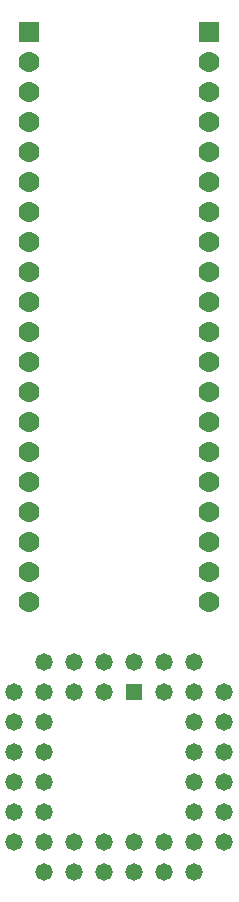
<source format=gbs>
G04*
G04 #@! TF.GenerationSoftware,Altium Limited,Altium Designer,21.0.9 (235)*
G04*
G04 Layer_Color=16711935*
%FSLAX25Y25*%
%MOIN*%
G70*
G04*
G04 #@! TF.SameCoordinates,D00D0935-9F2D-4F80-BADC-0BB803B56EC7*
G04*
G04*
G04 #@! TF.FilePolarity,Negative*
G04*
G01*
G75*
%ADD12R,0.05811X0.05811*%
%ADD13C,0.05811*%
%ADD14C,0.06992*%
%ADD15R,0.06992X0.06992*%
D12*
X55100Y75100D02*
D03*
D13*
X45100Y85100D02*
D03*
Y75100D02*
D03*
X35100Y85100D02*
D03*
Y75100D02*
D03*
X25100Y85100D02*
D03*
X15100Y75100D02*
D03*
X25100D02*
D03*
X15100Y65100D02*
D03*
X25100D02*
D03*
X15100Y55100D02*
D03*
X25100D02*
D03*
X15100Y45100D02*
D03*
X25100D02*
D03*
X15100Y35100D02*
D03*
X25100D02*
D03*
X15100Y25100D02*
D03*
X25100Y15100D02*
D03*
Y25100D02*
D03*
X35100Y15100D02*
D03*
Y25100D02*
D03*
X45100Y15100D02*
D03*
Y25100D02*
D03*
X55100Y15100D02*
D03*
Y25100D02*
D03*
X65100Y15100D02*
D03*
Y25100D02*
D03*
X75100Y15100D02*
D03*
X85100Y25100D02*
D03*
X75100D02*
D03*
X85100Y35100D02*
D03*
X75100D02*
D03*
X85100Y45100D02*
D03*
X75100D02*
D03*
X85100Y55100D02*
D03*
X75100D02*
D03*
X85100Y65100D02*
D03*
X75100D02*
D03*
X85100Y75100D02*
D03*
X75100Y85100D02*
D03*
Y75100D02*
D03*
X65100Y85100D02*
D03*
Y75100D02*
D03*
X55100Y85100D02*
D03*
D14*
X80100Y105100D02*
D03*
Y115100D02*
D03*
Y125100D02*
D03*
Y135100D02*
D03*
Y145100D02*
D03*
Y225100D02*
D03*
Y235100D02*
D03*
Y245100D02*
D03*
Y255100D02*
D03*
Y265100D02*
D03*
Y275100D02*
D03*
Y285100D02*
D03*
Y215100D02*
D03*
Y205100D02*
D03*
Y195100D02*
D03*
Y185100D02*
D03*
Y175100D02*
D03*
Y165100D02*
D03*
Y155100D02*
D03*
X20100Y105100D02*
D03*
Y115100D02*
D03*
Y125100D02*
D03*
Y135100D02*
D03*
Y145100D02*
D03*
Y225100D02*
D03*
Y235100D02*
D03*
Y245100D02*
D03*
Y255100D02*
D03*
Y265100D02*
D03*
Y275100D02*
D03*
Y285100D02*
D03*
Y215100D02*
D03*
Y205100D02*
D03*
Y195100D02*
D03*
Y185100D02*
D03*
Y175100D02*
D03*
Y165100D02*
D03*
Y155100D02*
D03*
D15*
X80100Y295100D02*
D03*
X20100D02*
D03*
M02*

</source>
